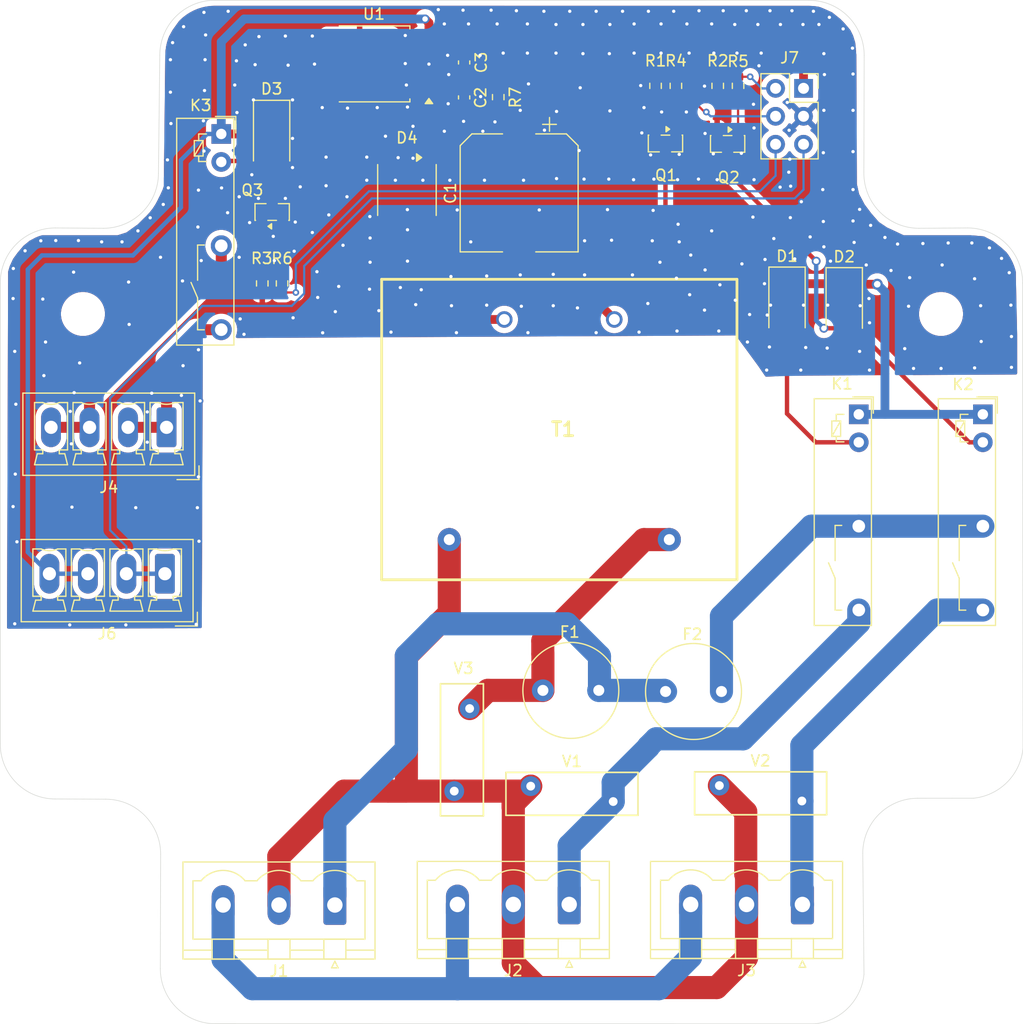
<source format=kicad_pcb>
(kicad_pcb (version 20241229) (generator "pcbnew") (generator_version "9.0")
  (layers (0 "F.Cu" signal) (2 "B.Cu" signal) (13 "F.Paste" user) (15 "B.Paste" user) (5 "F.SilkS" user "F.Silkscreen") (7 "B.SilkS" user "B.Silkscreen") (1 "F.Mask" user) (3 "B.Mask" user) (25 "Edge.Cuts" user))
  (net 0 "")
  (net 1 "Net-(D4-+)")
  (net 2 "GND")
  (net 3 "+12V")
  (net 4 "Net-(C3-Pad1)")
  (net 5 "Net-(D1-A)")
  (net 6 "Net-(D2-A)")
  (net 7 "Net-(D3-A)")
  (net 8 "Net-(D4-Pad3)")
  (net 9 "Net-(D4-Pad4)")
  (net 10 "Net-(F1-Pad2)")
  (net 11 "Net-(J1-Pin_1)")
  (net 12 "Net-(F2-Pad2)")
  (net 13 "Net-(J1-Pin_2)")
  (net 14 "Net-(J1-Pin_3)")
  (net 15 "Net-(J2-Pin_1)")
  (net 16 "Net-(J3-Pin_1)")
  (net 17 "Net-(J4-Pin_3)")
  (net 18 "Net-(J4-Pin_1)")
  (net 19 "Net-(Q1-B)")
  (net 20 "Net-(Q2-B)")
  (net 21 "Net-(Q3-B)")
  (net 22 "Net-(J6-Pin_1)")
  (net 23 "Net-(J7-Pin_6)")
  (net 24 "Net-(J7-Pin_4)")
  (net 25 "Net-(J7-Pin_2)")
  (footprint "Package_TO_SOT_SMD:SOT-23" (layer "F.Cu") (at 84.55 74.0875 90)
    (property "Reference" "Q3")
    (property "Value" "BC817" (hide yes))
  )
  (footprint "Resistor_SMD:R_0603_1608Metric" (layer "F.Cu") (at 125.05 62.625 90)
    (property "Reference" "R2")
    (property "Value" "100k" (hide yes))
  )
  (footprint "MountingHole:MountingHole_3.5mm" (layer "F.Cu") (at 145.35 119.35)
    (property "Reference" "H3" (hide yes))
    (property "Value" "MountingHole" (hide yes))
  )
  (footprint "Fuse:Fuse_Littelfuse_372_D8.50mm" (layer "F.Cu") (at 120.31 117.65)
    (property "Reference" "F2")
    (property "Value" "Fuse_Small" (hide yes))
  )
  (footprint "Resistor_SMD:R_0603_1608Metric" (layer "F.Cu") (at 119.4 62.625 90)
    (property "Reference" "R1")
    (property "Value" "22k" (hide yes))
  )
  (footprint "Relay_THT:Relay_SPST_TE_PCN-1xxD3MHZ" (layer "F.Cu") (at 79.9225 66.9975 -90)
    (property "Reference" "K3")
    (property "Value" "Relay_SPST-NO" (hide yes))
  )
  (footprint "Diode_SMD:D_SMA" (layer "F.Cu") (at 131.35 82.6 -90)
    (property "Reference" "D1")
    (property "Value" "D" (hide yes))
  )
  (footprint "Varistor:RV_Disc_D12mm_W3.9mm_P7.5mm" (layer "F.Cu") (at 101.1 126.7 90)
    (property "Reference" "V3")
    (property "Value" "Varistor")
  )
  (footprint "MountingHole:MountingHole_3.5mm" (layer "F.Cu") (at 67.35 83.35)
    (property "Reference" "H1" (hide yes))
    (property "Value" "MountingHole" (hide yes))
  )
  (footprint "Fuse:Fuse_Littelfuse_372_D8.50mm" (layer "F.Cu") (at 114.24 117.55 180)
    (property "Reference" "F1")
    (property "Value" "Fuse_Small" (hide yes))
  )
  (footprint "Resistor_SMD:R_0603_1608Metric" (layer "F.Cu") (at 105.1 63.65 -90)
    (property "Reference" "R7")
    (property "Value" "1" (hide yes))
  )
  (footprint "Resistor_SMD:R_0603_1608Metric" (layer "F.Cu") (at 83.65 80.575 -90)
    (property "Reference" "R3")
    (property "Value" "100k" (hide yes))
  )
  (footprint "Diode_SMD:D_SMA" (layer "F.Cu") (at 84.5 67.45 -90)
    (property "Reference" "D3")
    (property "Value" "D" (hide yes))
  )
  (footprint "Varistor:RV_Disc_D12mm_W3.9mm_P7.5mm" (layer "F.Cu") (at 132.7 127.6 180)
    (property "Reference" "V2")
    (property "Value" "Varistor")
  )
  (footprint "Connector_Phoenix_MSTB:PhoenixContact_MSTBVA_2,5_3-G-5,08_1x03_P5.08mm_Vertical" (layer "F.Cu") (at 111.55 137 180)
    (property "Reference" "J2")
    (property "Value" "Screw_Terminal_01x03" (hide yes))
  )
  (footprint "Package_TO_SOT_SMD:SOT-23" (layer "F.Cu") (at 125.95 67.9 -90)
    (property "Reference" "Q2")
    (property "Value" "BC817" (hide yes))
  )
  (footprint "Capacitor_SMD:C_0603_1608Metric" (layer "F.Cu") (at 102 63.675 -90)
    (property "Reference" "C2")
    (property "Value" "100nF" (hide yes))
  )
  (footprint "Package_SO:TSSOP-4_4.4x5mm_P4mm" (layer "F.Cu") (at 96.8 72.0875 -90)
    (property "Reference" "D4")
    (property "Value" "MDB10S" (hide yes))
  )
  (footprint "Connector_Phoenix_MC:PhoenixContact_MCV_1,5_4-G-3.5_1x04_P3.50mm_Vertical" (layer "F.Cu") (at 74.8 106.95 180)
    (property "Reference" "J6")
    (property "Value" "Screw_Terminal_01x04" (hide yes))
  )
  (footprint "Resistor_SMD:R_0603_1608Metric" (layer "F.Cu") (at 85.45 80.575 -90)
    (property "Reference" "R6")
    (property "Value" "4k7" (hide yes))
  )
  (footprint "MountingHole:MountingHole_3.5mm" (layer "F.Cu") (at 67.35 119.35)
    (property "Reference" "H4" (hide yes))
    (property "Value" "MountingHole" (hide yes))
  )
  (footprint "Resistor_SMD:R_0603_1608Metric" (layer "F.Cu") (at 121.25 62.625 90)
    (property "Reference" "R4")
    (property "Value" "4k7" (hide yes))
  )
  (footprint "Package_TO_SOT_SMD:SOT-23" (layer "F.Cu") (at 120.3 67.8625 -90)
    (property "Reference" "Q1")
    (property "Value" "BC817" (hide yes))
  )
  (footprint "Relay_THT:Relay_SPST_TE_PCN-1xxD3MHZ" (layer "F.Cu") (at 149.15 92.47 -90)
    (property "Reference" "K2")
    (property "Value" "Relay_SPST-NO" (hide yes))
  )
  (footprint "Varistor:RV_Disc_D12mm_W3.9mm_P7.5mm" (layer "F.Cu") (at 115.55 127.65 180)
    (property "Reference" "V1")
    (property "Value" "Varistor")
  )
  (footprint "Capacitor_SMD:CP_Elec_10x10.5" (layer "F.Cu") (at 107 72.35 -90)
    (property "Reference" "C1")
    (property "Value" "470uF" (hide yes))
  )
  (footprint "Connector_Phoenix_MSTB:PhoenixContact_MSTBVA_2,5_3-G-5,08_1x03_P5.08mm_Vertical" (layer "F.Cu") (at 132.75 137 180)
    (property "Reference" "J3")
    (property "Value" "Screw_Terminal_01x03" (hide yes))
  )
  (footprint "Library:VB-1,5_1_6" (layer "F.Cu") (at 110.65 93.85 180)
    (property "Reference" "T1")
    (property "Value" "TRANSF1" (hide yes))
  )
  (footprint "Capacitor_SMD:C_0603_1608Metric" (layer "F.Cu") (at 102 60.5 90)
    (property "Reference" "C3")
    (property "Value" "1uF" (hide yes))
  )
  (footprint "Diode_SMD:D_SMA" (layer "F.Cu") (at 136.55 82.65 -90)
    (property "Reference" "D2")
    (property "Value" "D" (hide yes))
  )
  (footprint "Connector_Phoenix_MSTB:PhoenixContact_MSTBVA_2,5_3-G-5,08_1x03_P5.08mm_Vertical" (layer "F.Cu") (at 90.25 137.05 180)
    (property "Reference" "J1")
    (property "Value" "Screw_Terminal_01x03" (hide yes))
  )
  (footprint "Resistor_SMD:R_0603_1608Metric" (layer "F.Cu") (at 126.9 62.625 90)
    (property "Reference" "R5")
    (property "Value" "4k7" (hide yes))
  )
  (footprint "Connector_PinSocket_2.54mm:PinSocket_2x03_P2.54mm_Vertical" (layer "F.Cu") (at 132.85 62.85)
    (property "Reference" "J7")
    (property "Value" "Conn_02x03_Odd_Even" (hide yes))
  )
  (footprint "MountingHole:MountingHole_3.5mm" (layer "F.Cu") (at 145.35 83.35)
    (property "Reference" "H2" (hide yes))
    (property "Value" "MountingHole" (hide yes))
  )
  (footprint "Package_TO_SOT_SMD:TO-252-2" (layer "F.Cu") (at 93.76 60.63 180)
    (property "Reference" "U1")
    (property "Value" "7812" (hide yes))
  )
  (footprint "Connector_Phoenix_MC:PhoenixContact_MCV_1,5_4-G-3.5_1x04_P3.50mm_Vertical" (layer "F.Cu") (at 74.95 93.65 180)
    (property "Reference" "J4")
    (property "Value" "Screw_Terminal_01x04" (hide yes))
  )
  (footprint "Relay_THT:Relay_SPST_TE_PCN-1xxD3MHZ" (layer "F.Cu") (at 137.8725 92.47 -90)
    (property "Reference" "K1")
    (property "Value" "Relay_SPST-NO" (hide yes))
  )
  (gr_arc (start 143.335534 75.564466) (mid 139.8 74.1) (end 138.335534 70.564466) (stroke (width 0.05)) (layer "Edge.Cuts"))
  (gr_arc (start 59.835534 80.535534) (mid 61.3 77) (end 64.835534 75.535534) (stroke (width 0.05)) (layer "Edge.Cuts"))
  (gr_line (start 79.335534 54.85) (end 133.364466 54.855534) (stroke (width 0.05)) (layer "Edge.Cuts"))
  (gr_line (start 147.7645 75.535534) (end 143.335534 75.564466) (stroke (width 0.05)) (layer "Edge.Cuts"))
  (gr_arc (start 74.214466 70.564466) (mid 72.75 74.1) (end 69.214466 75.564466) (stroke (width 0.05)) (layer "Edge.Cuts"))
  (gr_line (start 74.414465 132.435534) (end 74.385534 142.834466) (stroke (width 0.05)) (layer "Edge.Cuts"))
  (gr_line (start 148.296833 127.346832) (end 143.235534 127.350035) (stroke (width 0.05)) (layer "Edge.Cuts"))
  (gr_line (start 138.335535 70.564466) (end 138.364466 59.8555) (stroke (width 0.05)) (layer "Edge.Cuts"))
  (gr_line (start 133.846833 147.846832) (end 79.3855 147.834466) (stroke (width 0.05)) (layer "Edge.Cuts"))
  (gr_arc (start 147.764466 75.535534) (mid 151.3 77) (end 152.764466 80.535534) (stroke (width 0.05)) (layer "Edge.Cuts"))
  (gr_line (start 138.235534 132.35) (end 138.346833 143.346833) (stroke (width 0.05)) (layer "Edge.Cuts"))
  (gr_arc (start 133.364466 54.855534) (mid 136.9 56.32) (end 138.364466 59.855534) (stroke (width 0.05)) (layer "Edge.Cuts"))
  (gr_line (start 152.796833 122.846823) (end 152.764466 80.535534) (stroke (width 0.05)) (layer "Edge.Cuts"))
  (gr_arc (start 138.346833 143.346833) (mid 136.9 146.4) (end 133.846833 147.846832) (stroke (width 0.05)) (layer "Edge.Cuts"))
  (gr_line (start 74.214466 70.56447) (end 74.335534 59.85) (stroke (width 0.05)) (layer "Edge.Cuts"))
  (gr_arc (start 64.835534 127.414466) (mid 61.3 125.95) (end 59.835534 122.414466) (stroke (width 0.05)) (layer "Edge.Cuts"))
  (gr_line (start 64.83553 75.535534) (end 69.214466 75.564466) (stroke (width 0.05)) (layer "Edge.Cuts"))
  (gr_line (start 59.835535 122.414466) (end 59.835534 80.535534) (stroke (width 0.05)) (layer "Edge.Cuts"))
  (gr_arc (start 74.335534 59.85) (mid 75.8 56.314466) (end 79.335534 54.85) (stroke (width 0.05)) (layer "Edge.Cuts"))
  (gr_line (start 69.4145 127.435534) (end 64.835534 127.414466) (stroke (width 0.05)) (layer "Edge.Cuts"))
  (gr_arc (start 138.235534 132.35) (mid 139.7 128.814466) (end 143.235534 127.35) (stroke (width 0.05)) (layer "Edge.Cuts"))
  (gr_arc (start 152.796833 122.846833) (mid 151.35 125.9) (end 148.296833 127.346832) (stroke (width 0.05)) (layer "Edge.Cuts"))
  (gr_arc (start 79.385534 147.834466) (mid 75.85 146.37) (end 74.385534 142.834466) (stroke (width 0.05)) (layer "Edge.Cuts"))
  (gr_arc (start 69.414466 127.435534) (mid 72.95 128.9) (end 74.414466 132.435534) (stroke (width 0.05)) (layer "Edge.Cuts"))
  (segment (start 98.8 69.15) (end 98.8 68.05) (width 0.8) (layer "F.Cu") (net 1))
  (segment (start 98.9 68.15) (end 98.8 68.05) (width 0.8) (layer "F.Cu") (net 1))
  (segment (start 107 68.15) (end 98.9 68.15) (width 0.8) (layer "F.Cu") (net 1))
  (segment (start 102 62.9) (end 98.81 62.9) (width 0.4) (layer "F.Cu") (net 1))
  (segment (start 98.8 68.05) (end 98.8 62.91) (width 0.8) (layer "F.Cu") (net 1))
  (via (at 124.5 75.8) (size 0.6) (drill 0.3) (layers "F.Cu" "B.Cu") (net 2))
  (via (at 133.05 86.4) (size 0.6) (drill 0.3) (layers "F.Cu" "B.Cu") (net 2))
  (via (at 122.2 65) (size 0.6) (drill 0.3) (layers "F.Cu" "B.Cu") (net 2))
  (via (at 64.88 76.68) (size 0.6) (drill 0.3) (layers "F.Cu" "B.Cu") (net 2))
  (via (at 121.45 75.2) (size 0.6) (drill 0.3) (layers "F.Cu" "B.Cu") (net 2))
  (via (at 66.55 90.5) (size 0.6) (drill 0.3) (layers "F.Cu" "B.Cu") (net 2))
  (via (at 107.8 85.05) (size 0.6) (drill 0.3) (layers "F.Cu" "B.Cu") (net 2))
  (via (at 86.4 67.4) (size 0.6) (drill 0.3) (layers "F.Cu" "B.Cu") (net 2))
  (via (at 78.4 63.05) (size 0.6) (drill 0.3) (layers "F.Cu" "B.Cu") (net 2))
  (via (at 81.64 83.8) (size 0.6) (drill 0.3) (layers "F.Cu" "B.Cu") (net 2))
  (via (at 125.25 80.7) (size 0.6) (drill 0.3) (layers "F.Cu" "B.Cu") (net 2))
  (via (at 76.3 90.75) (size 0.6) (drill 0.3) (layers "F.Cu" "B.Cu") (net 2))
  (via (at 115.2 59.7) (size 0.6) (drill 0.3) (layers "F.Cu" "B.Cu") (net 2))
  (via (at 91.4 64.65) (size 0.6) (drill 0.3) (layers "F.Cu" "B.Cu") (net 2))
  (via (at 62.09 77.61) (size 0.6) (drill 0.3) (layers "F.Cu" "B.Cu") (net 2))
  (via (at 137.35 74.9) (size 0.6) (drill 0.3) (layers "F.Cu" "B.Cu") (net 2))
  (via (at 131.37 64.13) (size 0.6) (drill 0.3) (layers "F.Cu" "B.Cu") (net 2))
  (via (at 138.85 88.45) (size 0.6) (drill 0.3) (layers "F.Cu" "B.Cu") (net 2))
  (via (at 88.2 75.95) (size 0.6) (drill 0.3) (layers "F.Cu" "B.Cu") (net 2))
  (via (at 138.95 75.3) (size 0.6) (drill 0.3) (layers "F.Cu" "B.Cu") (net 2))
  (via (at 96.65 60.6) (size 0.6) (drill 0.3) (layers "F.Cu" "B.Cu") (net 2))
  (via (at 103.85 71.2) (size 0.6) (drill 0.3) (layers "F.Cu" "B.Cu") (net 2))
  (via (at 138.8 81.95) (size 0.6) (drill 0.3) (layers "F.Cu" "B.Cu") (net 2))
  (via (at 78.45 60.25) (size 0.6) (drill 0.3) (layers "F.Cu" "B.Cu") (net 2))
  (via (at 85.75 58.1) (size 0.6) (drill 0.3) (layers "F.Cu" "B.Cu") (net 2))
  (via (at 61.02 79.22) (size 0.6) (drill 0.3) (layers "F.Cu" "B.Cu") (net 2))
  (via (at 117.3 79.8) (size 0.6) (drill 0.3) (layers "F.Cu" "B.Cu") (net 2))
  (via (at 73.2 92.25) (size 0.6) (drill 0.3) (layers "F.Cu" "B.Cu") (net 2))
  (via (at 81.3 60.35) (size 0.6) (drill 0.3) (layers "F.Cu" "B.Cu") (net 2))
  (via (at 121.4 71.15) (size 0.6) (drill 0.3) (layers "F.Cu" "B.Cu") (net 2))
  (via (at 124.5 57) (size 0.6) (drill 0.3) (layers "F.Cu" "B.Cu") (net 2))
  (via (at 80.55 55.85) (size 0.6) (drill 0.3) (layers "F.Cu" "B.Cu") (net 2))
  (via (at 148.4 80.15) (size 0.6) (drill 0.3) (layers "F.Cu" "B.Cu") (net 2))
  (via (at 98.25 71.2) (size 0.6) (drill 0.3) (layers "F.Cu" "B.Cu") (net 2))
  (via (at 131.8 55.8) (size 0.6) (drill 0.3) (layers "F.Cu" "B.Cu") (net 2))
  (via (at 73.6 90.55) (size 0.6) (drill 0.3) (layers "F.Cu" "B.Cu") (net 2))
  (via (at 151.75 85.4) (size 0.6) (drill 0.3) (layers "F.Cu" "B.Cu") (net 2))
  (via (at 137.3 59.2) (size 0.6) (drill 0.3) (layers "F.Cu" "B.Cu") (net 2))
  (via (at 80.5 74.15) (size 0.6) (drill 0.3) (layers "F.Cu" "B.Cu") (net 2))
  (via (at 74.4 78.2) (size 0.6) (drill 0.3) (layers "F.Cu" "B.Cu") (net 2))
  (via (at 100.2 66.75) (size 0.6) (drill 0.3) (layers "F.Cu" "B.Cu") (net 2))
  (via (at 101.37 73.9) (size 0.6) (drill 0.3) (layers "F.Cu" "B.Cu") (net 2))
  (via (at 134.7 64.85) (size 0.6) (drill 0.3) (layers "F.Cu" "B.Cu") (net 2))
  (via (at 100.85 82.6) (size 0.6) (drill 0.3) (layers "F.Cu" "B.Cu") (net 2))
  (via (at 137.35 61.55) (size 0.6) (drill 0.3) (layers "F.Cu" "B.Cu") (net 2))
  (via (at 151.75 88.2) (size 0.6) (drill 0.3) (layers "F.Cu" "B.Cu") (net 2))
  (via (at 71.55 84.3) (size 0.6) (drill 0.3) (layers "F.Cu" "B.Cu") (net 2))
  (via (at 134.65 68.7) (size 0.6) (drill 0.3) (layers "F.Cu" "B.Cu") (net 2))
  (via (at 128.35 71.15) (size 0.6) (drill 0.3) (layers "F.Cu" "B.Cu") (net 2))
  (via (at 90.99 77.11) (size 0.6) (drill 0.3) (layers "F.Cu" "B.Cu") (net 2))
  (via (at 123.85 83) (size 0.6) (drill 0.3) (layers "F.Cu" "B.Cu") (net 2))
  (via (at 77.85 98.15) (size 0.6) (drill 0.3) (layers "F.Cu" "B.Cu") (net 2))
  (via (at 72.35 75.8) (size 0.6) (drill 0.3) (layers "F.Cu" "B.Cu") (net 2))
  (via (at 110.1 82.6) (size 0.6) (drill 0.3) (layers "F.Cu" "B.Cu") (net 2))
  (via (at 127.95 83.4) (size 0.6) (drill 0.3) (layers "F.Cu" "B.Cu") (net 2))
  (via (at 124.65 68.8) (size 0.6) (drill 0.3) (layers "F.Cu" "B.Cu") (net 2))
  (via (at 146 76.9) (size 0.6) (drill 0.3) (layers "F.Cu" "B.Cu") (net 2))
  (via (at 110.4 64.95) (size 0.6) (drill 0.3) (layers "F.Cu" "B.Cu") (net 2))
  (via (at 86.4 70.05) (size 0.6) (drill 0.3) (layers "F.Cu" "B.Cu") (net 2))
  (via (at 123.35 55.8) (size 0.6) (drill 0.3) (layers "F.Cu" "B.Cu") (net 2))
  (via (at 141.4 77) (size 0.6) (drill 0.3) (layers "F.Cu" "B.Cu") (net 2))
  (via (at 121.55 68.85) (size 0.6) (drill 0.3) (layers "F.Cu" "B.Cu") (net 2))
  (via (at 101.9 55.75) (size 0.6) (drill 0.3) (layers "F.Cu" "B.Cu") (net 2))
  (via (at 122.5 81.6) (size 0.6) (drill 0.3) (layers "F.Cu" "B.Cu") (net 2))
  (via (at 77.9 104) (size 0.6) (drill 0.3) (layers "F.Cu" "B.Cu") (net 2))
  (via (at 100.5 59.85) (size 0.6) (drill 0.3) (layers "F.Cu" "B.Cu") (net 2))
  (via (at 148.15 76.9) (size 0.6) (drill 0.3) (layers "F.Cu" "B.Cu") (net 2))
  (via (at 127.65 55.8) (size 0.6) (drill 0.3) (layers "F.Cu" "B.Cu") (net 2))
  (via (at 81.99 85.2) (size 0.6) (drill 0.3) (layers "F.Cu" "B.Cu") (net 2))
  (via (at 140.25 76.4) (size 0.6) (drill 0.3) (layers "F.Cu" "B.Cu") (net 2))
  (via (at 94.85 67.2) (size 0.6) (drill 0.3) (layers "F.Cu" "B.Cu") (net 2))
  (via (at 81.55 78.2) (size 0.6) (drill 0.3) (layers "F.Cu" "B.Cu") (net 2))
  (via (at 126.6 57.05) (size 0.6) (drill 0.3) (layers "F.Cu" "B.Cu") (net 2))
  (via (at 112.45 68.5) (size 0.6) (drill 0.3) (layers "F.Cu" "B.Cu") (net 2))
  (via (at 118.75 55.85) (size 0.6) (drill 0.3) (layers "F.Cu" "B.Cu") (net 2))
  (via (at 88.2 58.1) (size 0.6) (drill 0.3) (layers "F.Cu" "B.Cu") (net 2))
  (via (at 128.3 64.3) (size 0.6) (drill 0.3) (layers "F.Cu" "B.Cu") (net 2))
  (via (at 124.7 59.65) (size 0.6) (drill 0.3) (layers "F.Cu" "B.Cu") (net 2))
  (via (at 137.95 73.85) (size 0.6) (drill 0.3) (layers "F.Cu" "B.Cu") (net 2))
  (via (at 110.35 57.05) (size 0.6) (drill 0.3) (layers "F.Cu" "B.Cu") (net 2))
  (via (at 89.14 85.06) (size 0.6) (drill 0.3) (layers "F.Cu" "B.Cu") (net 2))
  (via (at 135.2 56.4) (size 0.6) (drill 0.3) (layers "F.Cu" "B.Cu") (net 2))
  (via (at 129.3 80.6) (size 0.6) (drill 0.3) (layers "F.Cu" "B.Cu") (net 2))
  (via (at 134.7 77.25) (size 0.6) (drill 0.3) (layers "F.Cu" "B.Cu") (net 2))
  (via (at 93.45 78.65) (size 0.6) (drill 0.3) (layers "F.Cu" "B.Cu") (net 2))
  (via (at 76.5 57.25) (size 0.6) (drill 0.3) (layers "F.Cu" "B.Cu") (net 2))
  (via (at 112.8 57.05) (size 0.6) (drill 0.3) (layers "F.Cu" "B.Cu") (net 2))
  (via (at 129.5 88.45) (size 0.6) (drill 0.3) (layers "F.Cu" "B.Cu") (net 2))
  (via (at 131.68 71.74) (size 0.6) (drill 0.3) (layers "F.Cu" "B.Cu") (net 2))
  (via (at 107.85 62.45) (size 0.6) (drill 0.3) (layers "F.Cu" "B.Cu") (net 2))
  (via (at 95.35 85) (size 0.6) (drill 0.3) (layers "F.Cu" "B.Cu") (net 2))
  (via (at 137.35 64.85) (size 0.6) (drill 0.3) (layers "F.Cu" "B.Cu") (net 2))
  (via (at 83.3 72.85) (size 0.6) (drill 0.3) (layers "F.Cu" "B.Cu") (net 2))
  (via (at 84.65 76.3) (size 0.6) (drill 0.3) (layers "F.Cu" "B.Cu") (net 2))
  (via (at 78.1 78.5) (size 0.6) (drill 0.3) (layers "F.Cu" "B.Cu") (net 2))
  (via (at 66.15 111.6) (size 0.6) (drill 0.3) (layers "F.Cu" "B.Cu") (net 2))
  (via (at 75.3 60.25) (size 0.6) (drill 0.3) (layers "F.Cu" "B.Cu") (net 2))
  (via (at 76.4 80.35) (size 0.6) (drill 0.3) (layers "F.Cu" "B.Cu") (net 2))
  (via (at 86 60.75) (size 0.6) (drill 0.3) (layers "F.Cu" "B.Cu") (net 2))
  (via (at 123.85 62.65) (size 0.6) (drill 0.3) (layers "F.Cu" "B.Cu") (net 2))
  (via (at 131.51 70.47) (size 0.6) (drill 0.3) (layers "F.Cu" "B.Cu") (net 2))
  (via (at 133.75 55.85) (size 0.6) (drill 0.3) (layers "F.Cu" "B.Cu") (net 2))
  (via (at 142.05 86.5) (size 0.6) (drill 0.3) (layers "F.Cu" "B.Cu") (net 2))
  (via (at 104.45 55.75) (size 0.6) (drill 0.3) (layers "F.Cu" "B.Cu") (net 2))
  (via (at 104.05 82.55) (size 0.6) (drill 0.3) (layers "F.Cu" "B.Cu") (net 2))
  (via (at 107.75 57) (size 0.6) (drill 0.3) (layers "F.Cu" "B.Cu") (net 2))
  (via (at 75.03 69.35) (size 0.6) (drill 0.3) (layers "F.Cu" "B.Cu") (net 2))
  (via (at 61.15 86.75) (size 0.6) (drill 0.3) (layers "F.Cu" "B.Cu") (net 2))
  (via (at 119.25 71.1) (size 0.6) (drill 0.3) (layers "F.Cu" "B.Cu") (net 2))
  (via (at 122.6 78) (size 0.6) (drill 0.3) (layers "F.Cu" "B.Cu") (net 2))
  (via (at 88.4 60.65) (size 0.6) (drill 0.3) (layers "F.Cu" "B.Cu") (net 2))
  (via (at 88.69 81.85) (size 0.6) (drill 0.3) (layers "F.Cu" "B.Cu") (net 2))
  (via (at 66.5 79.55) (size 0.6) (drill 0.3) (layers "F.Cu" "B.Cu") (net 2))
  (via (at 66.3 95.15) (size 0.6) (drill 0.3) (layers "F.Cu" "B.Cu") (net 2))
  (via (at 93.43 74.5) (size 0.6) (drill 0.3) (layers "F.Cu" "B.Cu") (net 2))
  (via (at 118.35 64.6) (size 0.6) (drill 0.3) (layers "F.Cu" "B.Cu") (net 2))
  (via (at 89.1 64.6) (size 0.6) (drill 0.3) (layers "F.Cu" "B.Cu") (net 2))
  (via (at 132.65 73.15) (size 0.6) (drill 0.3) (layers "F.Cu" "B.Cu") (net 2))
  (via (at 151.55 79.6) (size 0.6) (drill 0.3) (layers "F.Cu" "B.Cu") (net 2))
  (via (at 117.45 57) (size 0.6) (drill 0.3) (layers "F.Cu" "B.Cu") (net 2))
  (via (at 142.85 88.3) (size 0.6) (drill 0.3) (layers "F.Cu" "B.Cu") (net 2))
  (via (at 109.3 66.65) (size 0.6) (drill 0.3) (layers "F.Cu" "B.Cu") (net 2))
  (via (at 134.65 74.95) (size 0.6) (drill 0.3) (layers "F.Cu" "B.Cu") (net 2))
  (via (at 128.7 57.05) (size 0.6) (drill 0.3) (layers "F.Cu" "B.Cu") (net 2))
  (via (at 112.55 62.8) (size 0.6) (drill 0.3) (layers "F.Cu" "B.Cu") (net 2))
  (via (at 132.05 78.35) (size 0.6) (drill 0.3) (layers "F.Cu" "B.Cu") (net 2))
  (via (at 78.5 58) (size 0.6) (drill 0.3) (layers "F.Cu" "B.Cu") (net 2))
  (via (at 105 57) (size 0.6) (drill 0.3) (layers "F.Cu" "B.Cu") (net 2))
  (via (at 75.3 63.2) (size 0.6) (drill 0.3) (layers "F.Cu" "B.Cu") (net 2))
  (via (at 129.85 82.55) (size 0.6) (drill 0.3) (layers "F.Cu" "B.Cu") (net 2))
  (via (at 86.55 77.65) (size 0.6) (drill 0.3) (layers "F.Cu" "B.Cu") (net 2))
  (via (at 100.6 61.6) (size 0.6) (drill 0.3) (layers "F.Cu" "B.Cu") (net 2))
  (via (at 112.9 71.1) (size 0.6) (drill 0.3) (layers "F.Cu" "B.Cu") (net 2))
  (via (at 77.85 72.1) (size 0.6) (drill 0.3) (layers "F.Cu" "B.Cu") (net 2))
  (via (at 134.25 57.05) (size 0.6) (drill 0.3) (layers "F.Cu" "B.Cu") (net 2))
  (via (at 132.6 88.45) (size 0.6) (drill 0.3) (layers "F.Cu" "B.Cu") (net 2))
  (via (at 99.65 55.7) (size 0.6) (drill 0.3) (layers "F.Cu" "B.Cu") (net 2))
  (via (at 125.55 55.8) (size 0.6) (drill 0.3) (layers "F.Cu" "B.Cu") (net 2))
  (via (at 137.35 72.05) (size 0.6) (drill 0.3) (layers "F.Cu" "B.Cu") (net 2))
  (via (at 89.7 74.35) (size 0.6) (drill 0.3) (layers "F.Cu" "B.Cu") (net 2))
  (via (at 61.2 97.9) (size 0.6) (drill 0.3) (layers "F.Cu" "B.Cu") (net 2))
  (via (at 67.05 87.8) (size 0.6) (drill 0.3) (layers "F.Cu" "B.Cu") (net 2))
  (via (at 138 82.6) (size 0.6) (drill 0.3) (layers "F.Cu" "B.Cu") (net 2))
  (via (at 123.9 79.35) (size 0.6) (drill 0.3) (layers "F.Cu" "B.Cu") (net 2))
  (via (at 84.75 78.5) (size 0.6) (drill 0.3) (layers "F.Cu" "B.Cu") (net 2))
  (via (at 121.05 55.85) (size 0.6) (drill 0.3) (layers "F.Cu" "B.Cu") (net 2))
  (via (at 75.5 58.7) (size 0.6) (drill 0.3) (layers "F.Cu" "B.Cu") (net 2))
  (via (at 127.2 68.75) (size 0.6) (drill 0.3) (layers "F.Cu" "B.Cu") (net 2))
  (via (at 114 85.05) (size 0.6) (drill 0.3) (layers "F.Cu" "B.Cu") (net 2))
  (via (at 94.25 83.05) (size 0.6) (drill 0.3) (layers "F.Cu" "B.Cu") (net 2))
  (via (at 115.25 57.05) (size 0.6) (drill 0.3) (layers "F.Cu" "B.Cu") (net 2))
  (via (at 134.6 72.05) (size 0.6) (drill 0.3) (layers "F.Cu" "B.Cu") (net 2))
  (via (at 96.85 64.55) (size 0.6) (drill 0.3) (layers "F.Cu" "B.Cu") (net 2))
  (via (at 127.75 85.9) (size 0.6) (drill 0.3) (layers "F.Cu" "B.Cu") (net 2))
  (via (at 107.1 79.8) (size 0.6) (drill 0.3) (layers "F.Cu" "B.Cu") (net 2))
  (via (at 82.85 63.9) (size 0.6) (drill 0.3) (layers "F.Cu" "B.Cu") (net 2))
  (via (at 103.7 66.75) (size 0.6) (drill 0.3) (layers "F.Cu" "B.Cu") (net 2))
  (via (at 128.8 60.8) (size 0.6) (drill 0.3) (layers "F.Cu" "B.Cu") (net 2))
  (via (at 101.3 85.05) (size 0.6) (drill 0.3) (layers "F.Cu" "B.Cu") (net 2))
  (via (at 82.1 58.9) (size 0.6) (drill 0.3) (layers "F.Cu" "B.Cu") (net 2))
  (via (at 102.6 76.8) (size 0.6) (drill 0.3) (layers "F.Cu" "B.Cu") (net 2))
  (via (at 83 60.7) (size 0.6) (drill 0.3) (layers "F.Cu" "B.Cu") (net 2))
  (via (at 103.5 63.6) (size 0.6) (drill 0.3) (layers "F.Cu" "B.Cu") (net 2))
  (via (at 70.9 76.8) (size 0.6) (drill 0.3) (layers "F.Cu" "B.Cu") (net 2))
  (via (at 88.62 79.51) (size 0.6) (drill 0.3) (layers "F.Cu" "B.Cu") (net 2))
  (via (at 137.35 68.6) (size 0.6) (drill 0.3) (layers "F.Cu" "B.Cu") (net 2))
  (via (at 61 81.95) (size 0.6) (drill 0.3) (layers "F.Cu" "B.Cu") (net 2))
  (via (at 63.95 85.9) (size 0.6) (drill 0.3) (layers "F.Cu" "B.Cu") (net 2))
  (via (at 119.9 59.65) (size 0.6) (drill 0.3) (layers "F.Cu" "B.Cu") (net 2))
  (via (at 82.5 75.05) (size 0.6) (drill 0.3) (layers "F.Cu" "B.Cu") (net 2))
  (via (at 87.1 71.8) (size 0.6) (drill 0.3) (layers "F.Cu" "B.Cu") (net 2))
  (via (at 116.4 55.85) (size 0.6) (drill 0.3) (layers "F.Cu" "B.Cu") (net 2))
  (via (at 77.75 100.95) (size 0.6) (drill 0.3) (layers "F.Cu" "B.Cu") (net 2))
  (via (at 117.4 71.15) (size 0.6) (drill 0.3) (layers "F.Cu" "B.Cu") (net 2))
  (via (at 86.45 83.7) (size 0.6) (drill 0.3) (layers "F.Cu" "B.Cu") (net 2))
  (via (at 93.4 81.1) (size 0.6) (drill 0.3) (layers "F.Cu" "B.Cu") (net 2))
  (via (at 132.8 57.05) (size 0.6) (drill 0.3) (layers "F.Cu" "B.Cu") (net 2))
  (via (at 118.95 68.9) (size 0.6) (drill 0.3) (layers "F.Cu" "B.Cu") (net 2))
  (via (at 98.8 60.65) (size 0.6) (drill 0.3) (layers "F.Cu" "B.Cu") (net 2))
  (via (at 129.8 55.8) (size 0.6) (drill 0.3) (layers "F.Cu" "B.Cu") (net 2))
  (via (at 104.05 79.9) (size 0.6) (drill 0.3) (layers "F.Cu" "B.Cu") (net 2))
  (via (at 125 71.15) (size 0.6) (drill 0.3) (layers "F.Cu" "B.Cu") (net 2))
  (via (at 136.45 57.45) (size 0.6) (drill 0.3) (layers "F.Cu" "B.Cu") (net 2))
  (via (at 71.5 80.45) (size 0.6) (drill 0.3) (layers "F.Cu" "B.Cu") (net 2))
  (via (at 135.05 82.55) (size 0.6) (drill 0.3) (layers "F.Cu" "B.Cu") (net 2))
  (via (at 96.65 58.05) (size 0.6) (drill 0.3) (layers "F.Cu" "B.Cu") (net 2))
  (via (at 81.15 62.55) (size 0.6) (drill 0.3) (layers "F.Cu" "B.Cu") (net 2))
  (via (at 117.45 59.65) (size 0.6) (drill 0.3) (layers "F.Cu" "B.Cu") (net 2))
  (via (at 96.85 75.7) (size 0.6) (drill 0.3) (layers "F.Cu" "B.Cu") (net 2))
  (via (at 115.4 76.65) (size 0.6) (drill 0.3) (layers "F.Cu" "B.Cu") (net 2))
  (via (at 79.95 71.9) (size 0.6) (drill 0.3) (layers "F.Cu" "B.Cu") (net 2))
  (via (at 107.4 71.2) (size 0.6) (drill 0.3) (layers "F.Cu" "B.Cu") (net 2))
  (via (at 129 59.65) (size 0.6) (drill 0.3) (layers "F.Cu" "B.Cu") (net 2))
  (via (at 109.25 55.85) (size 0.6) (drill 0.3) (layers "F.Cu" "B.Cu") (net 2))
  (via (at 131.54 66.66) (size 0.6) (drill 0.3) (layers "F.Cu" "B.Cu") (net 2))
  (via (at 78.35 68.55) (size 0.6) (drill 0.3) (layers "F.Cu" "B.Cu") (net 2))
  (via (at 98.1 81.15) (size 0.6) (drill 0.3) (layers "F.Cu" "B.Cu") (net 2))
  (via (at 132.85 82.55) (size 0.6) (drill 0.3) (layers "F.Cu" "B.Cu") (net 2))
  (via (at 91.35 72.7) (size 0.6) (drill 0.3) (layers "F.Cu" "B.Cu") (net 2))
  (via (at 74.65 73.4) (size 0.6) (drill 0.3) (layers "F.Cu" "B.Cu") (net 2))
  (via (at 143.7 76.95) (size 0.6) (drill 0.3) (layers "F.Cu" "B.Cu") (net 2))
  (via (at 66.2 92.2) (size 0.6) (drill 0.3) (layers "F.Cu" "B.Cu") (net 2))
  (via (at 145.45 78.9) (size 0.6) (drill 0.3) (layers "F.Cu" "B.Cu") (net 2))
  (via (at 89.45 71.7) (size 0.6) (drill 0.3) (layers "F.Cu" "B.Cu") (net 2))
  (via (at 107.1 64.85) (size 0.6) (drill 0.3) (layers "F.Cu" "B.Cu") (net 2))
  (via (at 93.15 71.2) (size 0.6) (drill 0.3) (layers "F.Cu" "B.Cu") (net 2))
  (via (at 138.85 84.15) (size 0.6) (drill 0.3) (layers "F.Cu" "B.Cu") (net 2))
  (via (at 151.7 82.55) (size 0.6) (drill 0.3) (layers "F.Cu" "B.Cu") (net 2))
  (via (at 121.3 80.1) (size 0.6) (drill 0.3) (layers "F.Cu" "B.Cu") (net 2))
  (via (at 76.45 88.05) (size 0.6) (drill 0.3) (layers "F.Cu" "B.Cu") (net 2))
  (via (at 134.75 61.6) (size 0.6) (drill 0.3) (layers "F.Cu" "B.Cu") (net 2))
  (via (at 138.55 78.9) (size 0.6) (drill 0.3) (layers "F.Cu" "B.Cu") (net 2))
  (via (at 126.8 59.65) (size 0.6) (drill 0.3) (layers "F.Cu" "B.Cu") (net 2))
  (via (at 137.95 86.75) (size 0.6) (drill 0.3) (layers "F.Cu" "B.Cu") (net 2))
  (via (at 63.7 82) (size 0.6) (drill 0.3) (layers "F.Cu" "B.Cu") (net 2))
  (via (at 131.6 69.29) (size 0.6) (drill 0.3) (layers "F.Cu" "B.Cu") (net 2))
  (via (at 71.25 111.6) (size 0.6) (drill 0.3) (layers "F.Cu" "B.Cu") (net 2))
  (via (at 140.8 79.4) (size 0.6) (drill 0.3) (layers "F.Cu" "B.Cu") (net 2))
  (via (at 103.45 59.85) (size 0.6) (drill 0.3) (layers "F.Cu" "B.Cu") (net 2))
  (via (at 77.85 86.6) (size 0.6) (drill 0.3) (layers "F.Cu" "B.Cu") (net 2))
  (via (at 112.95 79.8) (size 0.6) (drill 0.3) (layers "F.Cu" "B.Cu") (net 2))
  (via (at 125.15 84.9) (size 0.6) (drill 0.3) (layers "F.Cu" "B.Cu") (net 2))
  (via (at 114 55.85) (size 0.6) (drill 0.3) (layers "F.Cu" "B.Cu") (net 2))
  (via (at 78.3 65.8) (size 0.6) (drill 0.3) (layers "F.Cu" "B.Cu") (net 2))
  (via (at 61.35 104.05) (size 0.6) (drill 0.3) (layers "F.Cu" "B.Cu") (net 2))
  (via (at 129.35 78.4) (size 0.6) (drill 0.3) (layers "F.Cu" "B.Cu") (net 2))
  (via (at 104.8 65.9) (size 0.6) (drill 0.3) (layers "F.Cu" "B.Cu") (net 2))
  (via (at 112.95 76.7) (size 0.6) (drill 0.3) (layers "F.Cu" "B.Cu") (net 2))
  (via (at 119.9 57) (size 0.6) (drill 0.3) (layers "F.Cu" "B.Cu") (net 2))
  (via (at 78 91.25) (size 0.6) (drill 0.3) (layers "F.Cu" "B.Cu") (net 2))
  (via (at 97.35 66.3) (size 0.6) (drill 0.3) (layers "F.Cu" "B.Cu") (net 2))
  (via (at 90.29 83.14) (size 0.6) (drill 0.3) (layers "F.Cu" "B.Cu") (net 2))
  (via (at 100.2 57) (size 0.6) (drill 0.3) (layers "F.Cu" "B.Cu") (net 2))
  (via (at 66.35 100.9) (size 0.6) (drill 0.3) (layers "F.Cu" "B.Cu") (net 2))
  (via (at 72.15 100.95) (size 0.6) (drill 0.3) (layers "F.Cu" "B.Cu") (net 2))
  (via (at 106.75 55.8) (size 0.6) (drill 0.3) (layers "F.Cu" "B.Cu") (net 2))
  (via (at 61.25 91.55) (size 0.6) (drill 0.3) (layers "F.Cu" "B.Cu") (net 2))
  (via (at 89.45 69.1) (size 0.6) (drill 0.3) (layers "F.Cu" "B.Cu") (net 2))
  (via (at 75.11 71.89) (size 0.6) (drill 0.3) (layers "F.Cu" "B.Cu") (net 2))
  (via (at 135 86.45) (size 0.6) (drill 0.3) (layers "F.Cu" "B.Cu") (net 2))
  (via (at 96.85 78.55) (size 0.6) (drill 0.3) (layers "F.Cu" "B.Cu") (net 2))
  (via (at 119.95 65) (size 0.6) (drill 0.3) (layers "F.Cu" "B.Cu") (net 2))
  (via (at 93.15 69.1) (size 0.6) (drill 0.3) (layers "F.Cu" "B.Cu") (net 2))
  (via (at 95.75 71.2) (size 0.6) (drill 0.3) (layers "F.Cu" "B.Cu") (net 2))
  (via (at 90.6 80.85) (size 0.6) (drill 0.3) (layers "F.Cu" "B.Cu") (net 2))
  (via (at 96.84 73.87) (size 0.6) (drill 0.3) (layers "F.Cu" "B.Cu") (net 2))
  (via (at 102.4 57) (size 0.6) (drill 0.3) (layers "F.Cu" "B.Cu") (net 2))
  (via (at 142.5 80.05) (size 0.6) (drill 0.3) (layers "F.Cu" "B.Cu") (net 2))
  (via (at 123.3 71.1) (size 0.6) (drill 0.3) (layers "F.Cu" "B.Cu") (net 2))
  (via (at 130.75 57.05) (size 0.6) (drill 0.3) (layers "F.Cu" "B.Cu") (net 2))
  (via (at 149 85.85) (size 0.6) (drill 0.3) (layers "F.Cu" "B.Cu") (net 2))
  (via (at 119.1 76.7) (size 0.6) (drill 0.3) (layers "F.Cu" "B.Cu") (net 2))
  (via (at 94.1 64.6) (size 0.6) (drill 0.3) (layers "F.Cu" "B.Cu") (net 2))
  (via (at 85.75 72.85) (size 0.6) (drill 0.3) (layers "F.Cu" "B.Cu") (net 2))
  (via (at 115.25 64.9) (size 0.6) (drill 0.3) (layers "F.Cu" "B.Cu") (net 2))
  (via (at 133.45 76.35) (size 0.6) (drill 0.3) (layers "F.Cu" "B.Cu") (net 2))
  (via (at 100.55 64.25) (size 0.6) (drill 0.3) (layers "F.Cu" "B.Cu") (net 2))
  (via (at 96 69.15) (size 0.6) (drill 0.3) (layers "F.Cu" "B.Cu") (net 2))
  (via (at 63.52 76.7) (size 0.6) (drill 0.3) (layers "F.Cu" "B.Cu") (net 2))
  (via (at 117.9 85) (size 0.6) (drill 0.3) (layers "F.Cu" "B.Cu") (net 2))
  (via (at 118.7 82.4) (size 0.6) (drill 0.3) (layers "F.Cu" "B.Cu") (net 2))
  (via (at 119.8 78.65) (size 0.6) (drill 0.3) (layers "F.Cu" "B.Cu") (net 2))
  (via (at 108.83 73.9) (size 0.6) (drill 0.3) (layers "F.Cu" "B.Cu") (net 2))
  (via (at 129.75 86.35) (size 0.6) (drill 0.3) (layers "F.Cu" "B.Cu") (net 2))
  (via (at 128.35 66.45) (size 0.6) (drill 0.3) (layers "F.Cu" "B.Cu") (net 2))
  (via (at 149.75 77.35) (size 0.6) (drill 0.3) (layers "F.Cu" "B.Cu") (net 2))
  (via (at 96.2 80.95) (size 0.6) (drill 0.3) (layers "F.Cu" "B.Cu") (net 2))
  (via (at 82.7 70.7) (size 0.6) (drill 0.3) (layers "F.Cu" "B.Cu") (net 2))
  (via (at 142.4 82.65) (size 0.6) (drill 0.3) (layers "F.Cu" "B.Cu") (net 2))
  (via (at 86.4 63.9) (size 0.6) (drill 0.3) (layers "F.Cu" "B.Cu") (net 2))
  (via (at 150.85 78.3) (size 0.6) (drill 0.3) (layers "F.Cu" "B.Cu") (net 2))
  (via (at 75.35 66.05) (size 0.6) (drill 0.3) (layers "F.Cu" "B.Cu") (net 2))
  (via (at 134.7 59.7) (size 0.6) (drill 0.3) (layers "F.Cu" "B.Cu") (net 2))
  (via (at 127.25 78.8) (size 0.6) (drill 0.3) (layers "F.Cu" "B.Cu") (net 2))
  (via (at 123.9 66.95) (size 0.6) (drill 0.3) (layers "F.Cu" "B.Cu") (net 2))
  (via (at 107.75 59.65) (size 0.6) (drill 0.3) (layers "F.Cu" "B.Cu") (net 2))
  (via (at 96.75 62.55) (size 0.6) (drill 0.3) (layers "F.Cu" "B.Cu") (net 2))
  (via (at 118.15 66.9) (size 0.6) (drill 0.3) (layers "F.Cu" "B.Cu") (net 2))
  (via (at 77.8 75.45) (size 0.6) (drill 0.3) (layers "F.Cu" "B.Cu") (net 2))
  (via (at 135.3 78.55) (size 0.6) (drill 0.3) (layers "F.Cu" "B.Cu") (net 2))
  (via (at 66.94 76.68) (size 0.6) (drill 0.3) (layers "F.Cu" "B.Cu") (net 2))
  (via (at 121.35 84.9) (size 0.6) (drill 0.3) (layers "F.Cu" "B.Cu") (net 2))
  (via (at 145.35 88.3) (size 0.6) (drill 0.3) (layers "F.Cu" "B.Cu") (net 2))
  (via (at 110.1 79.75) (size 0.6) (drill 0.3) (layers "F.Cu" "B.Cu") (net 2))
  (via (at 107.2 82.65) (size 0.6) (drill 0.3) (layers "F.Cu" "B.Cu") (net 2))
  (via (at 100.8 79.95) (size 0.6) (drill 0.3) (layers "F.Cu" "B.Cu") (net 2))
  (via (at 137.45 76.85) (size 0.6) (drill 0.3) (layers "F.Cu" "B.Cu") (net 2))
  (via (at 83.35 58.15) (size 0.6) (drill 0.3) (layers "F.Cu" "B.Cu") (net 2))
  (via (at 121.55 76.8) (size 0.6) (drill 0.3) (layers "F.Cu" "B.Cu") (net 2))
  (via (at 130.15 76.5) (size 0.6) (drill 0.3) (layers "F.Cu" "B.Cu") (net 2))
  (via (at 105.55 59.65) (size 0.6) (drill 0.3) (layers "F.Cu" "B.Cu") (net 2))
  (via (at 81.55 72.7) (size 0.6) (drill 0.3) (layers "F.Cu" "B.Cu") (net 2))
  (via (at 97.6 82.5) (size 0.6) (drill 0.3) (layers "F.Cu" "B.Cu") (net 2))
  (via (at 128.25 74.55) (size 0.6) (drill 0.3) (layers "F.Cu" "B.Cu") (net 2))
  (via (at 110.35 59.65) (size 0.6) (drill 0.3) (layers "F.Cu" "B.Cu") (net 2))
  (via (at 78.35 55.95) (size 0.6) (drill 0.3) (layers "F.Cu" "B.Cu") (net 2))
  (via (at 115.15 71.1) (size 0.6) (drill 0.3) (layers "F.Cu" "B.Cu") (net 2))
  (via (at 97.35 69.2) (size 0.6) (drill 0.3) (layers "F.Cu" "B.Cu") (net 2))
  (via (at 77.65 111.55) (size 0.6) (drill 0.3) (layers "F.Cu" "B.Cu") (net 2))
  (via (at 129.55 83.45) (size 0.6) (drill 0.3) (layers "F.Cu" "B.Cu") (net 2))
  (via (at 61.15 111.5) (size 0.6) (drill 0.3) (layers "F.Cu" "B.Cu") (net 2))
  (via (at 110.4 71.05) (size 0.6) (drill 0.3) (layers "F.Cu" "B.Cu") (net 2))
  (via (at 148.95 82.6) (size 0.6) (drill 0.3) (layers "F.Cu" "B.Cu") (net 2))
  (via (at 122.45 59.65) (size 0.6) (drill 0.3) (layers "F.Cu" "B.Cu") (net 2))
  (via (at 111.6 55.85) (size 0.6) (drill 0.3) (layers "F.Cu" "B.Cu") (net 2))
  (via (at 130.72 71.83) (size 0.6) (drill 0.3) (layers "F.Cu" "B.Cu") (net 2))
  (via (at 69.05 76.8) (size 0.6) (drill 0.3) (layers "F.Cu" "B.Cu") (net 2))
  (via (at 115.03 73.87) (size 0.6) (drill 0.3) (layers "F.Cu" "B.Cu") (net 2))
  (via (at 81.35 65.05) (size 0.6) (drill 0.3) (layers "F.Cu" "B.Cu") (net 2))
  (via (at 100.7 71.2) (size 0.6) (drill 0.3) (layers "F.Cu" "B.Cu") (net 2))
  (via (at 112.8 59.7) (size 0.6) (drill 0.3) (layers "F.Cu" "B.Cu") (net 2))
  (via (at 118.05 62.6) (size 0.6) (drill 0.3) (layers "F.Cu" "B.Cu") (net 2))
  (via (at 93.45 76.45) (size 0.6) (drill 0.3) (layers "F.Cu" "B.Cu") (net 2))
  (via (at 148.4 88.25) (size 0.6) (drill 0.3) (layers "F.Cu" "B.Cu") (net 2))
  (via (at 131.65 74.6) (size 0.6) (drill 0.3) (layers "F.Cu" "B.Cu") (net 2))
  (via (at 126.65 82.1) (size 0.6) (drill 0.3) (layers "F.Cu" "B.Cu") (net 2))
  (via (at 73.2 95) (size 0.6) (drill 0.3) (layers "F.Cu" "B.Cu") (net 2))
  (via (at 119.18 73.94) (size 0.6) (drill 0.3) (layers "F.Cu" "B.Cu") (net 2))
  (via (at 61 100.85) (size 0.6) (drill 0.3) (layers "F.Cu" "B.Cu") (net 2))
  (via (at 101.95 65.85) (size 0.6) (drill 0.3) (layers "F.Cu" "B.Cu") (net 2))
  (via (at 73.46 74.61) (size 0.6) (drill 0.3) (layers "F.Cu" "B.Cu") (net 2))
  (via (at 63.8 88.95) (size 0.6) (drill 0.3) (layers "F.Cu" "B.Cu") (net 2))
  (via (at 86.65 75) (size 0.6) (drill 0.3) (layers "F.Cu" "B.Cu") (net 2))
  (via (at 112.3 82.8) (size 0.6) (drill 0.3) (layers "F.Cu" "B.Cu") (net 2))
  (via (at 122.25 57) (size 0.6) (drill 0.3) (layers "F.Cu" "B.Cu") (net 2))
  (segment (start 139.55 80.65) (end 136.55 80.65) (width 0.8) (layer "F.Cu") (net 3))
  (segment (start 84.5 65.45) (end 83.4 65.45) (width 0.8) (layer "F.Cu") (net 3))
  (segment (start 98.8 58.35) (end 102 58.35) (width 0.8) (layer "F.Cu") (net 3))
  (segment (start 136.05 58.95) (end 136.05 77.55) (width 0.8) (layer "F.Cu") (net 3))
  (segment (start 132.86 58.35) (end 132.85 58.36) (width 0.8) (layer "F.Cu") (net 3))
  (segment (start 102 58.35) (end 132.86 58.35) (width 0.8) (layer "F.Cu") (net 3))
  (segment (start 81.8525 66.9975) (end 79.9225 66.9975) (width 0.8) (layer "F.Cu") (net 3))
  (segment (start 132.85 58.36) (end 132.85 62.85) (width 0.8) (layer "F.Cu") (net 3))
  (segment (start 102 59.725) (end 102 58.35) (width 0.4) (layer "F.Cu") (net 3))
  (segment (start 131.35 80.6) (end 136.5 80.6) (width 0.8) (layer "F.Cu") (net 3))
  (segment (start 83.4 65.45) (end 81.8525 66.9975) (width 0.8) (layer "F.Cu") (net 3))
  (segment (start 132.86 58.35) (end 135.45 58.35) (width 0.8) (layer "F.Cu") (net 3))
  (segment (start 98.8 58.35) (end 98.8 56.9) (width 0.8) (layer "F.Cu") (net 3))
  (segment (start 98.8 56.9) (end 98.45 56.55) (width 0.8) (layer "F.Cu") (net 3))
  (segment (start 136.55 78.05) (end 136.55 80.65) (width 0.8) (layer "F.Cu") (net 3))
  (segment (start 136.05 77.55) (end 136.55 78.05) (width 0.8) (layer "F.Cu") (net 3))
  (segment (start 135.45 58.35) (end 136.05 58.95) (width 0.8) (layer "F.Cu") (net 3))
  (via (at 98.45 56.55) (size 0.8) (drill 0.5) (layers "F.Cu" "B.Cu") (net 3))
  (via (at 139.55 80.65) (size 1) (drill 0.6) (layers "F.Cu" "B.Cu") (net 3))
  (segment (start 140.25 81.35) (end 139.55 80.65) (width 0.8) (layer "B.Cu") (net 3))
  (segment (start 71.894207 78.03) (end 63.62 78.03) (width 0.4) (layer "B.Cu") (net 3))
  (segment (start 140.25 92.47) (end 140.25 81.35) (width 0.8) (layer "B.Cu") (net 3))
  (segment (start 62.34 104.99) (end 64.3 106.95) (width 0.4) (layer "B.Cu") (net 3))
  (segment (start 79.9225 66.9975) (end 78.628293 66.9975) (width 0.4) (layer "B.Cu") (net 3))
  (segment (start 149.15 92.47) (end 140.25 92.47) (width 0.8) (layer "B.Cu") (net 3))
  (segment (start 82 56.55) (end 79.9225 58.6275) (width 0.8) (layer "B.Cu") (net 3))
  (segment (start 140.25 92.47) (end 137.8725 92.47) (width 0.8) (layer "B.Cu") (net 3))
  (segment (start 63.62 78.03) (end 62.34 79.31) (width 0.4) (layer "B.Cu") (net 3))
  (segment (start 64.3 106.95) (end 67.8 106.95) (width 0.4) (layer "B.Cu") (net 3))
  (segment (start 62.34 79.31) (end 62.34 104.99) (width 0.4) (layer "B.Cu") (net 3))
  (segment (start 98.45 56.55) (end 82 56.55) (width 0.8) (layer "B.Cu") (net 3))
  (segment (start 78.628293 66.9975) (end 76.251 69.374793) (width 0.4) (layer "B.Cu") (net 3))
  (segment (start 79.9225 58.6275) (end 79.9225 66.9975) (width 0.8) (layer "B.Cu") (net 3))
  (segment (start 76.251 69.374793) (end 76.251 73.673207) (width 0.4) (layer "B.Cu") (net 3))
  (segment (start 76.251 73.673207) (end 71.894207 78.03) (width 0.4) (layer "B.Cu") (net 3))
  (segment (start 105.1 62.825) (end 105.1 62.3) (width 0.4) (layer "F.Cu") (net 4))
  (segment (start 104.075 61.275) (end 102 61.275) (width 0.4) (layer "F.Cu") (net 4))
  (segment (start 105.1 62.3) (end 104.075 61.275) (width 0.4) (layer "F.Cu") (net 4))
  (segment (start 133.96 95.01) (end 131.35 92.4) (width 0.4) (layer "F.Cu") (net 5))
  (segment (start 120.3 77.35) (end 120.3 68.8) (width 0.4) (layer "F.Cu") (net 5))
  (segment (start 131.35 92.4) (end 131.35 84.6) (width 0.4) (layer "F.Cu") (net 5))
  (segment (start 131.35 84.6) (end 127.55 84.6) (width 0.4) (layer "F.Cu") (net 5))
  (segment (start 127.55 84.6) (end 120.3 77.35) (width 0.4) (layer "F.Cu") (net 5))
  (segment (start 137.8725 95.01) (end 133.96 95.01) (width 0.4) (layer "F.Cu") (net 5))
  (segment (start 147.91 95.01) (end 149.15 95.01) (width 0.4) (layer "F.Cu") (net 6))
  (segment (start 125.95 68.8375) (end 125.95 70.5) (width 0.4) (layer "F.Cu") (net 6))
  (segment (start 134.7 84.65) (end 136.55 84.65) (width 0.4) (layer "F.Cu") (net 6))
  (segment (start 125.95 70.5) (end 134 78.55) (width 0.4) (layer "F.Cu") (net 6))
  (segment (start 136.55 84.65) (end 137.55 84.65) (width 0.4) (layer "F.Cu") (net 6))
  (segment (start 137.55 84.65) (end 147.91 95.01) (width 0.4) (layer "F.Cu") (net 6))
  (via (at 134.7 84.65) (size 0.8) (drill 0.5) (layers "F.Cu" "B.Cu") (net 6))
  (via (at 134 78.55) (size 0.8) (drill 0.5) (layers "F.Cu" "B.Cu") (net 6))
  (segment (start 134 83.95) (end 134.7 84.65) (width 0.4) (layer "B.Cu") (net 6))
  (segment (start 134 78.55) (end 134 83.95) (width 0.4) (layer "B.Cu") (net 6))
  (segment (start 84.55 73.15) (end 84.55 69.5) (width 0.4) (layer "F.Cu") (net 7))
  (segment (start 84.5 69.45) (end 80.01 69.45) (width 0.4) (layer "F.Cu") (net 7))
  (segment (start 97.1 83.85) (end 94.8 81.55) (width 0.8) (layer "F.Cu") (net 8))
  (segment (start 94.8 81.55) (end 94.8 75.025) (width 0.8) (layer "F.Cu") (net 8))
  (segment (start 105.65 83.85) (end 97.1 83.85) (width 0.8) (layer "F.Cu") (net 8))
  (segment (start 115.65 83.85) (end 113.1 81.3) (width 0.8) (layer "F.Cu") (net 9))
  (segment (start 113.1 81.3) (end 100.1 81.3) (width 0.8) (layer "F.Cu") (net 9))
  (segment (start 98.8 80) (end 98.8 75.025) (width 0.8) (layer "F.Cu") (net 9))
  (segment (start 100.1 81.3) (end 98.8 80) (width 0.8) (layer "F.Cu") (net 9))
  (segment (start 109.15 114.23) (end 109.15 113.05) (width 2.1) (layer "F.Cu") (net 10))
  (segment (start 109.16 117.55) (end 109.16 114.24) (width 2.1) (layer "F.Cu") (net 10))
  (segment (start 109.16 117.55) (end 104.15 117.55) (width 2.1) (layer "F.Cu") (net 10))
  (segment (start 118.35 103.85) (end 120.65 103.85) (width 2.1) (layer "F.Cu") (net 10))
  (segment (start 109.15 113.05) (end 118.35 103.85) (width 2.1) (layer "F.Cu") (net 10))
  (segment (start 104.15 117.55) (end 102.5 119.2) (width 2.1) (layer "F.Cu") (net 10))
  (segment (start 90.25 129.4) (end 90.25 136.2) (width 2.1) (layer "B.Cu") (net 11))
  (segment (start 99.65 111.5) (end 96.75 114.4) (width 2.1) (layer "B.Cu") (net 11))
  (segment (start 120.21 117.55) (end 120.31 117.65) (width 2.1) (layer "B.Cu") (net 11))
  (segment (start 111.35 111.5) (end 99.65 111.5) (width 2.1) (layer "B.Cu") (net 11))
  (segment (start 96.75 122.9) (end 90.25 129.4) (width 2.1) (layer "B.Cu") (net 11))
  (segment (start 114.24 117.55) (end 120.21 117.55) (width 2.1) (layer "B.Cu") (net 11))
  (segment (start 114.3 114.45) (end 111.35 111.5) (width 2.1) (layer "B.Cu") (net 11))
  (segment (start 114.24 117.55) (end 114.3 117.49) (width 2.1) (layer "B.Cu") (net 11))
  (segment (start 114.3 117.49) (end 114.3 114.45) (width 2.1) (layer "B.Cu") (net 11))
  (segment (start 96.75 114.4) (end 96.75 122.9) (width 2.1) (layer "B.Cu") (net 11))
  (segment (start 137.8725 102.63) (end 149.15 102.63) (width 2.1) (layer "B.Cu") (net 12))
  (segment (start 133.57 102.63) (end 137.8725 102.63) (width 2.1) (layer "B.Cu") (net 12))
  (segment (start 125.39 117.65) (end 125.39 110.81) (width 2.1) (layer "B.Cu") (net 12))
  (segment (start 125.39 110.81) (end 133.57 102.63) (width 2.1) (layer "B.Cu") (net 12))
  (segment (start 108.7 144.55) (end 124.95 144.55) (width 2.1) (layer "F.Cu") (net 13))
  (segment (start 127.67 134.32) (end 127.6 134.25) (width 2.1) (layer "F.Cu") (net 13))
  (segment (start 96.75 114.45) (end 96.75 126.7) (width 2.1) (layer "F.Cu") (net 13))
  (segment (start 85.15 132.71) (end 85.17 132.73) (width 2.1) (layer "F.Cu") (net 13))
  (segment (start 107.6 126.7) (end 108.05 126.25) (width 2.1) (layer "F.Cu") (net 13))
  (segment (start 95.05 126.7) (end 91.1 126.7) (width 2.1) (layer "F.Cu") (net 13))
  (segment (start 100.65 110.55) (end 96.75 114.45) (width 2.1) (layer "F.Cu") (net 13))
  (segment (start 91.1 126.7) (end 85.15 132.65) (width 2.1) (layer "F.Cu") (net 13))
  (segment (start 106.47 128.12) (end 106.47 137) (width 2.1) (layer "F.Cu") (net 13))
  (segment (start 106.47 142.32) (end 108.7 144.55) (width 2.1) (layer "F.Cu") (net 13))
  (segment (start 106.47 137) (end 106.47 142.32) (width 2.1) (layer "F.Cu") (net 13))
  (segment (start 127.67 141.83) (end 127.67 137) (width 2.1) (layer "F.Cu") (net 13))
  (segment (start 124.95 144.55) (end 127.67 141.83) (width 2.1) (layer "F.Cu") (net 13))
  (segment (start 106.45 128.1) (end 106.47 128.12) (width 2.1) (layer "F.Cu") (net 13))
  (segment (start 96.75 126.7) (end 95.05 126.7) (width 2.1) (layer "F.Cu") (net 13))
  (segment (start 108.05 126.25) (end 106.45 127.85) (width 2.1) (layer "F.Cu") (net 13))
  (segment (start 85.15 132.65) (end 85.15 132.71) (width 2.1) (layer "F.Cu") (net 13))
  (segment (start 127.6 128.6) (end 125.2 126.2) (width 2.1) (layer "F.Cu") (net 13))
  (segment (start 101.1 126.7) (end 107.6 126.7) (width 2.1) (layer "F.Cu") (net 13))
  (segment (start 127.6 134.25) (end 127.6 128.6) (width 2.1) (layer "F.Cu") (net 13))
  (segment (start 127.67 137) (end 127.67 134.32) (width 2.1) (layer "F.Cu") (net 13))
  (segment (start 85.17 132.73) (end 85.17 137.05) (width 2.1) (layer "F.Cu") (net 13))
  (segment (start 100.65 103.85) (end 100.65 110.55) (width 2.1) (layer "F.Cu") (net 13))
  (segment (start 106.45 127.85) (end 106.45 128.1) (width 2.1) (layer "F.Cu") (net 13))
  (segment (start 95.05 126.7) (end 101.1 126.7) (width 2.1) (layer "F.Cu") (net 13))
  (segment (start 82.75 144.65) (end 101.4 144.65) (width 2.1) (layer "B.Cu") (net 14))
  (segment (start 80.09 141.99) (end 82.75 144.65) (width 2.1) (layer "B.Cu") (net 14))
  (segment (start 101.39 144.64) (end 101.4 144.65) (width 2.1) (layer "B.Cu") (net 14))
  (segment (start 101.39 137) (end 101.39 144.64) (width 2.1) (layer "B.Cu") (net 14))
  (segment (start 119.7 144.65) (end 122.59 141.76) (width 2.1) (layer "B.Cu") (net 14))
  (segment (start 122.59 141.76) (end 122.59 137) (width 2.1) (layer "B.Cu") (net 14))
  (segment (start 101.4 144.65) (end 119.7 144.65) (width 2.1) (layer "B.Cu") (net 14))
  (segment (start 80.09 137.05) (end 80.09 141.99) (width 2.1) (layer "B.Cu") (net 14))
  (segment (start 119.45 121.95) (end 118.75 122.65) (width 2.1) (layer "B.Cu") (net 15))
  (segment (start 115.55 125.9) (end 115.55 127.65) (width 2.1) (layer "B.Cu") (net 15))
  (segment (start 137.8725 110.25) (end 137.8725 111.4275) (width 2.1) (layer "B.Cu") (net 15))
  (segment (start 115.55 127.65) (end 111.55 131.65) (width 2.1) (layer "B.Cu") (net 15))
  (segment (start 118.75 122.7) (end 115.55 125.9) (width 2.1) (layer "B.Cu") (net 15))
  (segment (start 118.75 122.65) (end 118.75 122.7) (width 2.1) (layer "B.Cu") (net 15))
  (segment (start 137.8725 111.4275) (end 127.35 121.95) (width 2.1) (layer "B.Cu") (net 15))
  (segment (start 127.35 121.95) (end 119.45 121.95) (width 2.1) (layer "B.Cu") (net 15))
  (segment (start 111.55 131.65) (end 111.55 137) (width 2.1) (layer "B.Cu") (net 15))
  (segment (start 132.7 122.55) (end 132.7 127.6) (width 2.1) (layer "B.Cu") (net 16))
  (segment (start 149.15 110.25) (end 145 110.25) (width 2.1) (layer "B.Cu") (net 16))
  (segment (start 132.7 127.6) (end 132.7 136.95) (width 2.1) (layer "B.Cu") (net 16))
  (segment (start 145 110.25) (end 132.7 122.55) (width 2.1) (layer "B.Cu") (net 16))
  (segment (start 132.7 136.95) (end 132.75 137) (width 2.1) (layer "B.Cu") (net 16))
  (segment (start 67.95 91.2) (end 79.9225 79.2275) (width 1) (layer "F.Cu") (net 17))
  (segment (start 79.9225 79.2275) (end 79.9225 77.1575) (width 1) (layer "F.Cu") (net 17))
  (segment (start 67.95 93.65) (end 64.45 93.65) (width 1) (layer "F.Cu") (net 17))
  (segment (start 67.95 93.65) (end 67.95 91.2) (width 1) (layer "F.Cu") (net 17))
  (segment (start 77.6225 84.7775) (end 79.9225 84.7775) (width 1) (layer "F.Cu") (net 18))
  (segment (start 74.95 87.45) (end 77.6225 84.7775) (width 1) (layer "F.Cu") (net 18))
  (segment (start 74.95 93.65) (end 71.45 93.65) (width 1) (layer "F.Cu") (net 18))
  (segment (start 74.95 93.65) (end 74.95 87.45) (width 1) (layer "F.Cu") (net 18))
  (segment (start 119.4 63.45) (end 121.25 63.45) (width 0.2) (layer "F.Cu") (net 19))
  (segment (start 121.25 63.45) (end 121.25 66.925) (width 0.2) (layer "F.Cu") (net 19))
  (segment (start 125.05 63.45) (end 126.9 63.45) (width 0.2) (layer "F.Cu") (net 20))
  (segment (start 126.9 63.45) (end 126.9 66.9625) (width 0.2) (layer "F.Cu") (net 20))
  (segment (start 83.6 75.025) (end 83.6 79.7) (width 0.4) (layer "F.Cu") (net 21))
  (segment (start 85.45 79.75) (end 83.65 79.75) (width 0.4) (layer "F.Cu") (net 21))
  (segment (start 69.82 91) (end 69.82 103) (width 0.2) (layer "B.Cu") (net 22))
  (segment (start 71.3 106.95) (end 74.8 106.95) (width 0.4) (layer "B.Cu") (net 22))
  (segment (start 132.85 72.05) (end 132.05 72.85) (width 0.2) (layer "B.Cu") (net 22))
  (segment (start 93.6 72.85) (end 87.46 78.99) (width 0.2) (layer "B.Cu") (net 22))
  (segment (start 132.85 67.93) (end 132.85 72.05) (width 0.2) (layer "B.Cu") (net 22))
  (segment (start 71.3 104.48) (end 71.3 106.95) (width 0.2) (layer "B.Cu") (net 22))
  (segment (start 87.46 81.489943) (end 86.329943 82.62) (width 0.2) (layer "B.Cu") (net 22))
  (segment (start 86.329943 82.62) (end 78.2 82.62) (width 0.2) (layer "B.Cu") (net 22))
  (segment (start 78.2 82.62) (end 69.82 91) (width 0.2) (layer "B.Cu") (net 22))
  (segment (start 69.82 103) (end 71.3 104.48) (width 0.2) (layer "B.Cu") (net 22))
  (segment (start 132.05 72.85) (end 93.6 72.85) (width 0.2) (layer "B.Cu") (net 22))
  (segment (start 87.46 78.99) (end 87.46 81.489943) (width 0.2) (layer "B.Cu") (net 22))
  (segment (start 86.7 81.4) (end 85.45 81.4) (width 0.2) (layer "F.Cu") (net 23))
  (via (at 86.7 81.4) (size 0.6) (drill 0.3) (layers "F.Cu" "B.Cu") (net 23))
  (segment (start 130.31 70.79) (end 130.31 67.93) (width 0.2) (layer "B.Cu") (net 23))
  (segment (start 86.7 78.85) (end 93.35 72.2) (width 0.2) (layer "B.Cu") (net 23))
  (segment (start 86.7 81.4) (end 86.7 78.85) (width 0.2) (layer "B.Cu") (net 23))
  (segment (start 93.35 72.2) (end 128.9 72.2) (width 0.2) (layer "B.Cu") (net 23))
  (segment (start 128.9 72.2) (end 130.31 70.79) (width 0.2) (layer "B.Cu") (net 23))
  (segment (start 123.85 65) (end 122.75 63.9) (width 0.2) (layer "F.Cu") (net 24))
  (segment (start 122.75 62.4) (end 122.15 61.8) (width 0.2) (layer "F.Cu") (net 24))
  (segment (start 122.75 63.9) (end 122.75 62.4) (width 0.2) (layer "F.Cu") (net 24))
  (segment (start 122.15 61.8) (end 121.25 61.8) (width 0.2) (layer "F.Cu") (net 24))
  (via (at 124.01 65) (size 0.6) (drill 0.3) (layers "F.Cu" "B.Cu") (net 24))
  (segment (start 124.4 65.39) (end 124.01 65) (width 0.2) (layer "B.Cu") (net 24))
  (segment (start 124.01 65) (end 123.85 65) (width 0.2) (layer "B.Cu") (net 24))
  (segment (start 130.31 65.39) (end 124.4 65.39) (width 0.2) (layer "B.Cu") (net 24))
  (segment (start 128 61.8) (end 126.9 61.8) (width 0.2) (layer "F.Cu") (net 25))
  (via (at 128 61.8) (size 0.6) (drill 0.3) (layers "F.Cu" "B.Cu") (net 25))
  (segment (start 129.06 62.86) (end 130.3 62.86) (width 0.2) (layer "B.Cu") (net 25))
  (segment (start 130.3 62.86) (end 130.31 62.85) (width 0.2) (layer "B.Cu") (net 25))
  (segment (start 128 61.8) (end 129.06 62.86) (width 0.2) (layer "B.Cu") (net 25))
  (zone (net 2) (net_name "GND") (layers "F.Cu" "B.Cu") (connect_pads (clearance 0.5)) (min_thickness 0.25) (fill yes (thermal_gap 0.5) (thermal_bridge_width 0.5))
    (polygon (pts (xy 78.75 55.3) (xy 133.3 55.3) (xy 134.3 55.45) (xy 134.9 55.7) (xy 135.45 55.95) (xy 136.2 56.55) (xy 136.5 56.85) (xy 136.85 57.25) (xy 137.1 57.55) (xy 137.35 58.05) (xy 137.55 58.7) (xy 137.65 59.8) (xy 137.7 71.55) (xy 137.9 72.45) (xy 138.4 73.4) (xy 139 74.2) (xy 139.7 75) (xy 140.45 75.5) (xy 141 75.75) (xy 141.95 76.2) (xy 148.05 76.2) (xy 149.25 76.3) (xy 150.1 76.75) (xy 150.8 77.3) (xy 151.3 77.75) (xy 151.75 78.35) (xy 152 78.95) (xy 152.15 79.5) (xy 152.15 80.05) (xy 152.35 88.85) (xy 133.1 88.95) (xy 130.7 89) (xy 129.4 89.05) (xy 128.75 88.1) (xy 126.7 85.3) (xy 78.25 85.55) (xy 78.15 111.9) (xy 60.45 111.95) (xy 60.55 79.5) (xy 60.7 79) (xy 61 78.35) (xy 61.4 77.8) (xy 61.95 77.15) (xy 62.5 76.7) (xy 63.25 76.3) (xy 63.65 76.2) (xy 70.5 76.2) (xy 71.3 75.95) (xy 72.35 75.2) (xy 73.2 74.35) (xy 73.9 73.45) (xy 74.35 72.6) (xy 74.6 72.05) (xy 74.7 71.75) (xy 74.7 59.6) (xy 74.95 58.55) (xy 75.5 57.55) (xy 76.15 56.65) (xy 76.85 56.05) (xy 77.55 55.6) (xy 78.1 55.35)))
  )
)
</source>
